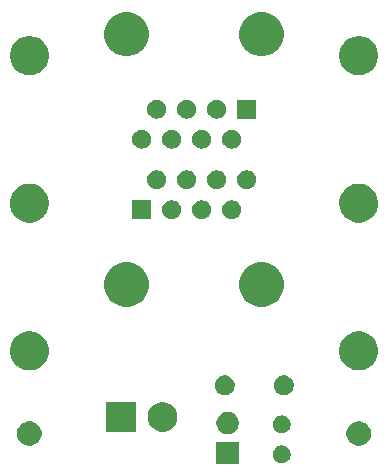
<source format=gbr>
G04 #@! TF.GenerationSoftware,KiCad,Pcbnew,5.1.5+dfsg1-2build2*
G04 #@! TF.CreationDate,2021-07-15T15:49:03-05:00*
G04 #@! TF.ProjectId,DIN_RAIL_POE_INJECTOR,44494e5f-5241-4494-9c5f-504f455f494e,rev?*
G04 #@! TF.SameCoordinates,Original*
G04 #@! TF.FileFunction,Soldermask,Bot*
G04 #@! TF.FilePolarity,Negative*
%FSLAX46Y46*%
G04 Gerber Fmt 4.6, Leading zero omitted, Abs format (unit mm)*
G04 Created by KiCad (PCBNEW 5.1.5+dfsg1-2build2) date 2021-07-15 15:49:03*
%MOMM*%
%LPD*%
G04 APERTURE LIST*
%ADD10C,0.100000*%
G04 APERTURE END LIST*
D10*
G36*
X122744000Y-144588000D02*
G01*
X120842000Y-144588000D01*
X120842000Y-142686000D01*
X122744000Y-142686000D01*
X122744000Y-144588000D01*
G37*
G36*
X126584059Y-143041860D02*
G01*
X126720732Y-143098472D01*
X126843735Y-143180660D01*
X126948340Y-143285265D01*
X127030528Y-143408268D01*
X127087140Y-143544941D01*
X127116000Y-143690033D01*
X127116000Y-143837967D01*
X127087140Y-143983059D01*
X127030528Y-144119732D01*
X126948340Y-144242735D01*
X126843735Y-144347340D01*
X126720732Y-144429528D01*
X126720731Y-144429529D01*
X126720730Y-144429529D01*
X126584059Y-144486140D01*
X126438968Y-144515000D01*
X126291032Y-144515000D01*
X126145941Y-144486140D01*
X126009270Y-144429529D01*
X126009269Y-144429529D01*
X126009268Y-144429528D01*
X125886265Y-144347340D01*
X125781660Y-144242735D01*
X125699472Y-144119732D01*
X125642860Y-143983059D01*
X125614000Y-143837967D01*
X125614000Y-143690033D01*
X125642860Y-143544941D01*
X125699472Y-143408268D01*
X125781660Y-143285265D01*
X125886265Y-143180660D01*
X126009268Y-143098472D01*
X126145941Y-143041860D01*
X126291032Y-143013000D01*
X126438968Y-143013000D01*
X126584059Y-143041860D01*
G37*
G36*
X133196416Y-140989879D02*
G01*
X133387592Y-141069067D01*
X133387594Y-141069068D01*
X133559648Y-141184031D01*
X133705969Y-141330352D01*
X133781278Y-141443059D01*
X133820933Y-141502408D01*
X133900121Y-141693584D01*
X133940490Y-141896534D01*
X133940490Y-142103466D01*
X133900121Y-142306416D01*
X133820933Y-142497592D01*
X133820932Y-142497594D01*
X133705969Y-142669648D01*
X133559648Y-142815969D01*
X133387594Y-142930932D01*
X133387593Y-142930933D01*
X133387592Y-142930933D01*
X133196416Y-143010121D01*
X132993466Y-143050490D01*
X132786534Y-143050490D01*
X132583584Y-143010121D01*
X132392408Y-142930933D01*
X132392407Y-142930933D01*
X132392406Y-142930932D01*
X132220352Y-142815969D01*
X132074031Y-142669648D01*
X131959068Y-142497594D01*
X131959067Y-142497592D01*
X131879879Y-142306416D01*
X131839510Y-142103466D01*
X131839510Y-141896534D01*
X131879879Y-141693584D01*
X131959067Y-141502408D01*
X131998723Y-141443059D01*
X132074031Y-141330352D01*
X132220352Y-141184031D01*
X132392406Y-141069068D01*
X132392408Y-141069067D01*
X132583584Y-140989879D01*
X132786534Y-140949510D01*
X132993466Y-140949510D01*
X133196416Y-140989879D01*
G37*
G36*
X105306416Y-140989879D02*
G01*
X105497592Y-141069067D01*
X105497594Y-141069068D01*
X105669648Y-141184031D01*
X105815969Y-141330352D01*
X105891278Y-141443059D01*
X105930933Y-141502408D01*
X106010121Y-141693584D01*
X106050490Y-141896534D01*
X106050490Y-142103466D01*
X106010121Y-142306416D01*
X105930933Y-142497592D01*
X105930932Y-142497594D01*
X105815969Y-142669648D01*
X105669648Y-142815969D01*
X105497594Y-142930932D01*
X105497593Y-142930933D01*
X105497592Y-142930933D01*
X105306416Y-143010121D01*
X105103466Y-143050490D01*
X104896534Y-143050490D01*
X104693584Y-143010121D01*
X104502408Y-142930933D01*
X104502407Y-142930933D01*
X104502406Y-142930932D01*
X104330352Y-142815969D01*
X104184031Y-142669648D01*
X104069068Y-142497594D01*
X104069067Y-142497592D01*
X103989879Y-142306416D01*
X103949510Y-142103466D01*
X103949510Y-141896534D01*
X103989879Y-141693584D01*
X104069067Y-141502408D01*
X104108723Y-141443059D01*
X104184031Y-141330352D01*
X104330352Y-141184031D01*
X104502406Y-141069068D01*
X104502408Y-141069067D01*
X104693584Y-140989879D01*
X104896534Y-140949510D01*
X105103466Y-140949510D01*
X105306416Y-140989879D01*
G37*
G36*
X122070395Y-140182546D02*
G01*
X122243466Y-140254234D01*
X122243467Y-140254235D01*
X122399227Y-140358310D01*
X122531690Y-140490773D01*
X122531691Y-140490775D01*
X122635766Y-140646534D01*
X122707454Y-140819605D01*
X122744000Y-141003333D01*
X122744000Y-141190667D01*
X122707454Y-141374395D01*
X122635766Y-141547466D01*
X122584081Y-141624818D01*
X122531690Y-141703227D01*
X122399227Y-141835690D01*
X122320818Y-141888081D01*
X122243466Y-141939766D01*
X122070395Y-142011454D01*
X121886667Y-142048000D01*
X121699333Y-142048000D01*
X121515605Y-142011454D01*
X121342534Y-141939766D01*
X121265182Y-141888081D01*
X121186773Y-141835690D01*
X121054310Y-141703227D01*
X121001919Y-141624818D01*
X120950234Y-141547466D01*
X120878546Y-141374395D01*
X120842000Y-141190667D01*
X120842000Y-141003333D01*
X120878546Y-140819605D01*
X120950234Y-140646534D01*
X121054309Y-140490775D01*
X121054310Y-140490773D01*
X121186773Y-140358310D01*
X121342533Y-140254235D01*
X121342534Y-140254234D01*
X121515605Y-140182546D01*
X121699333Y-140146000D01*
X121886667Y-140146000D01*
X122070395Y-140182546D01*
G37*
G36*
X126528320Y-140490773D02*
G01*
X126584059Y-140501860D01*
X126720732Y-140558472D01*
X126843735Y-140640660D01*
X126948340Y-140745265D01*
X126998012Y-140819605D01*
X127030529Y-140868270D01*
X127087140Y-141004941D01*
X127116000Y-141150032D01*
X127116000Y-141297968D01*
X127100798Y-141374395D01*
X127087140Y-141443059D01*
X127030528Y-141579732D01*
X126948340Y-141702735D01*
X126843735Y-141807340D01*
X126720732Y-141889528D01*
X126720731Y-141889529D01*
X126720730Y-141889529D01*
X126584059Y-141946140D01*
X126438968Y-141975000D01*
X126291032Y-141975000D01*
X126145941Y-141946140D01*
X126009270Y-141889529D01*
X126009269Y-141889529D01*
X126009268Y-141889528D01*
X125886265Y-141807340D01*
X125781660Y-141702735D01*
X125699472Y-141579732D01*
X125642860Y-141443059D01*
X125629202Y-141374395D01*
X125614000Y-141297968D01*
X125614000Y-141150032D01*
X125642860Y-141004941D01*
X125699471Y-140868270D01*
X125731988Y-140819605D01*
X125781660Y-140745265D01*
X125886265Y-140640660D01*
X126009268Y-140558472D01*
X126145941Y-140501860D01*
X126201680Y-140490773D01*
X126291032Y-140473000D01*
X126438968Y-140473000D01*
X126528320Y-140490773D01*
G37*
G36*
X114027000Y-141840000D02*
G01*
X111525000Y-141840000D01*
X111525000Y-139338000D01*
X114027000Y-139338000D01*
X114027000Y-141840000D01*
G37*
G36*
X116640903Y-139386075D02*
G01*
X116868571Y-139480378D01*
X117073466Y-139617285D01*
X117247715Y-139791534D01*
X117247716Y-139791536D01*
X117384623Y-139996431D01*
X117478925Y-140224097D01*
X117527000Y-140465786D01*
X117527000Y-140712214D01*
X117478925Y-140953903D01*
X117397686Y-141150033D01*
X117384622Y-141181571D01*
X117247715Y-141386466D01*
X117073466Y-141560715D01*
X116868571Y-141697622D01*
X116868570Y-141697623D01*
X116868569Y-141697623D01*
X116640903Y-141791925D01*
X116399214Y-141840000D01*
X116152786Y-141840000D01*
X115911097Y-141791925D01*
X115683431Y-141697623D01*
X115683430Y-141697623D01*
X115683429Y-141697622D01*
X115478534Y-141560715D01*
X115304285Y-141386466D01*
X115167378Y-141181571D01*
X115154315Y-141150033D01*
X115073075Y-140953903D01*
X115025000Y-140712214D01*
X115025000Y-140465786D01*
X115073075Y-140224097D01*
X115167377Y-139996431D01*
X115304284Y-139791536D01*
X115304285Y-139791534D01*
X115478534Y-139617285D01*
X115683429Y-139480378D01*
X115911097Y-139386075D01*
X116152786Y-139338000D01*
X116399214Y-139338000D01*
X116640903Y-139386075D01*
G37*
G36*
X121787228Y-137103703D02*
G01*
X121942100Y-137167853D01*
X122081481Y-137260985D01*
X122200015Y-137379519D01*
X122293147Y-137518900D01*
X122357297Y-137673772D01*
X122390000Y-137838184D01*
X122390000Y-138005816D01*
X122357297Y-138170228D01*
X122293147Y-138325100D01*
X122200015Y-138464481D01*
X122081481Y-138583015D01*
X121942100Y-138676147D01*
X121787228Y-138740297D01*
X121622816Y-138773000D01*
X121455184Y-138773000D01*
X121290772Y-138740297D01*
X121135900Y-138676147D01*
X120996519Y-138583015D01*
X120877985Y-138464481D01*
X120784853Y-138325100D01*
X120720703Y-138170228D01*
X120688000Y-138005816D01*
X120688000Y-137838184D01*
X120720703Y-137673772D01*
X120784853Y-137518900D01*
X120877985Y-137379519D01*
X120996519Y-137260985D01*
X121135900Y-137167853D01*
X121290772Y-137103703D01*
X121455184Y-137071000D01*
X121622816Y-137071000D01*
X121787228Y-137103703D01*
G37*
G36*
X126787228Y-137103703D02*
G01*
X126942100Y-137167853D01*
X127081481Y-137260985D01*
X127200015Y-137379519D01*
X127293147Y-137518900D01*
X127357297Y-137673772D01*
X127390000Y-137838184D01*
X127390000Y-138005816D01*
X127357297Y-138170228D01*
X127293147Y-138325100D01*
X127200015Y-138464481D01*
X127081481Y-138583015D01*
X126942100Y-138676147D01*
X126787228Y-138740297D01*
X126622816Y-138773000D01*
X126455184Y-138773000D01*
X126290772Y-138740297D01*
X126135900Y-138676147D01*
X125996519Y-138583015D01*
X125877985Y-138464481D01*
X125784853Y-138325100D01*
X125720703Y-138170228D01*
X125688000Y-138005816D01*
X125688000Y-137838184D01*
X125720703Y-137673772D01*
X125784853Y-137518900D01*
X125877985Y-137379519D01*
X125996519Y-137260985D01*
X126135900Y-137167853D01*
X126290772Y-137103703D01*
X126455184Y-137071000D01*
X126622816Y-137071000D01*
X126787228Y-137103703D01*
G37*
G36*
X105375256Y-133391298D02*
G01*
X105481579Y-133412447D01*
X105782042Y-133536903D01*
X106052451Y-133717585D01*
X106282415Y-133947549D01*
X106463097Y-134217958D01*
X106587553Y-134518421D01*
X106651000Y-134837391D01*
X106651000Y-135162609D01*
X106587553Y-135481579D01*
X106463097Y-135782042D01*
X106282415Y-136052451D01*
X106052451Y-136282415D01*
X105782042Y-136463097D01*
X105481579Y-136587553D01*
X105375256Y-136608702D01*
X105162611Y-136651000D01*
X104837389Y-136651000D01*
X104624744Y-136608702D01*
X104518421Y-136587553D01*
X104217958Y-136463097D01*
X103947549Y-136282415D01*
X103717585Y-136052451D01*
X103536903Y-135782042D01*
X103412447Y-135481579D01*
X103349000Y-135162609D01*
X103349000Y-134837391D01*
X103412447Y-134518421D01*
X103536903Y-134217958D01*
X103717585Y-133947549D01*
X103947549Y-133717585D01*
X104217958Y-133536903D01*
X104518421Y-133412447D01*
X104624744Y-133391298D01*
X104837389Y-133349000D01*
X105162611Y-133349000D01*
X105375256Y-133391298D01*
G37*
G36*
X133265256Y-133391298D02*
G01*
X133371579Y-133412447D01*
X133672042Y-133536903D01*
X133942451Y-133717585D01*
X134172415Y-133947549D01*
X134353097Y-134217958D01*
X134477553Y-134518421D01*
X134541000Y-134837391D01*
X134541000Y-135162609D01*
X134477553Y-135481579D01*
X134353097Y-135782042D01*
X134172415Y-136052451D01*
X133942451Y-136282415D01*
X133672042Y-136463097D01*
X133371579Y-136587553D01*
X133265256Y-136608702D01*
X133052611Y-136651000D01*
X132727389Y-136651000D01*
X132514744Y-136608702D01*
X132408421Y-136587553D01*
X132107958Y-136463097D01*
X131837549Y-136282415D01*
X131607585Y-136052451D01*
X131426903Y-135782042D01*
X131302447Y-135481579D01*
X131239000Y-135162609D01*
X131239000Y-134837391D01*
X131302447Y-134518421D01*
X131426903Y-134217958D01*
X131607585Y-133947549D01*
X131837549Y-133717585D01*
X132107958Y-133536903D01*
X132408421Y-133412447D01*
X132514744Y-133391298D01*
X132727389Y-133349000D01*
X133052611Y-133349000D01*
X133265256Y-133391298D01*
G37*
G36*
X125207208Y-127593093D02*
G01*
X125548617Y-127734510D01*
X125548619Y-127734511D01*
X125855880Y-127939816D01*
X126117184Y-128201120D01*
X126322490Y-128508383D01*
X126463907Y-128849792D01*
X126536000Y-129212229D01*
X126536000Y-129581771D01*
X126463907Y-129944208D01*
X126322490Y-130285617D01*
X126322489Y-130285619D01*
X126117184Y-130592880D01*
X125855880Y-130854184D01*
X125548619Y-131059489D01*
X125548618Y-131059490D01*
X125548617Y-131059490D01*
X125207208Y-131200907D01*
X124844771Y-131273000D01*
X124475229Y-131273000D01*
X124112792Y-131200907D01*
X123771383Y-131059490D01*
X123771382Y-131059490D01*
X123771381Y-131059489D01*
X123464120Y-130854184D01*
X123202816Y-130592880D01*
X122997511Y-130285619D01*
X122997510Y-130285617D01*
X122856093Y-129944208D01*
X122784000Y-129581771D01*
X122784000Y-129212229D01*
X122856093Y-128849792D01*
X122997510Y-128508383D01*
X123202816Y-128201120D01*
X123464120Y-127939816D01*
X123771381Y-127734511D01*
X123771383Y-127734510D01*
X124112792Y-127593093D01*
X124475229Y-127521000D01*
X124844771Y-127521000D01*
X125207208Y-127593093D01*
G37*
G36*
X113777208Y-127593093D02*
G01*
X114118617Y-127734510D01*
X114118619Y-127734511D01*
X114425880Y-127939816D01*
X114687184Y-128201120D01*
X114892490Y-128508383D01*
X115033907Y-128849792D01*
X115106000Y-129212229D01*
X115106000Y-129581771D01*
X115033907Y-129944208D01*
X114892490Y-130285617D01*
X114892489Y-130285619D01*
X114687184Y-130592880D01*
X114425880Y-130854184D01*
X114118619Y-131059489D01*
X114118618Y-131059490D01*
X114118617Y-131059490D01*
X113777208Y-131200907D01*
X113414771Y-131273000D01*
X113045229Y-131273000D01*
X112682792Y-131200907D01*
X112341383Y-131059490D01*
X112341382Y-131059490D01*
X112341381Y-131059489D01*
X112034120Y-130854184D01*
X111772816Y-130592880D01*
X111567511Y-130285619D01*
X111567510Y-130285617D01*
X111426093Y-129944208D01*
X111354000Y-129581771D01*
X111354000Y-129212229D01*
X111426093Y-128849792D01*
X111567510Y-128508383D01*
X111772816Y-128201120D01*
X112034120Y-127939816D01*
X112341381Y-127734511D01*
X112341383Y-127734510D01*
X112682792Y-127593093D01*
X113045229Y-127521000D01*
X113414771Y-127521000D01*
X113777208Y-127593093D01*
G37*
G36*
X105350702Y-120886414D02*
G01*
X105481579Y-120912447D01*
X105694037Y-121000450D01*
X105735458Y-121017607D01*
X105782042Y-121036903D01*
X106052451Y-121217585D01*
X106282415Y-121447549D01*
X106282416Y-121447551D01*
X106463098Y-121717960D01*
X106587553Y-122018422D01*
X106651000Y-122337389D01*
X106651000Y-122662611D01*
X106621014Y-122813358D01*
X106587553Y-122981579D01*
X106527776Y-123125893D01*
X106463677Y-123280643D01*
X106463097Y-123282042D01*
X106282415Y-123552451D01*
X106052451Y-123782415D01*
X105782042Y-123963097D01*
X105481579Y-124087553D01*
X105375256Y-124108702D01*
X105162611Y-124151000D01*
X104837389Y-124151000D01*
X104624744Y-124108702D01*
X104518421Y-124087553D01*
X104217958Y-123963097D01*
X103947549Y-123782415D01*
X103717585Y-123552451D01*
X103536903Y-123282042D01*
X103536324Y-123280643D01*
X103472224Y-123125893D01*
X103412447Y-122981579D01*
X103378986Y-122813358D01*
X103349000Y-122662611D01*
X103349000Y-122337389D01*
X103412447Y-122018422D01*
X103536902Y-121717960D01*
X103717584Y-121447551D01*
X103717585Y-121447549D01*
X103947549Y-121217585D01*
X104217958Y-121036903D01*
X104264543Y-121017607D01*
X104305963Y-121000450D01*
X104518421Y-120912447D01*
X104649298Y-120886414D01*
X104837389Y-120849000D01*
X105162611Y-120849000D01*
X105350702Y-120886414D01*
G37*
G36*
X133240702Y-120886414D02*
G01*
X133371579Y-120912447D01*
X133584037Y-121000450D01*
X133625458Y-121017607D01*
X133672042Y-121036903D01*
X133942451Y-121217585D01*
X134172415Y-121447549D01*
X134172416Y-121447551D01*
X134353098Y-121717960D01*
X134477553Y-122018422D01*
X134541000Y-122337389D01*
X134541000Y-122662611D01*
X134511014Y-122813358D01*
X134477553Y-122981579D01*
X134417776Y-123125893D01*
X134353677Y-123280643D01*
X134353097Y-123282042D01*
X134172415Y-123552451D01*
X133942451Y-123782415D01*
X133672042Y-123963097D01*
X133371579Y-124087553D01*
X133265256Y-124108702D01*
X133052611Y-124151000D01*
X132727389Y-124151000D01*
X132514744Y-124108702D01*
X132408421Y-124087553D01*
X132107958Y-123963097D01*
X131837549Y-123782415D01*
X131607585Y-123552451D01*
X131426903Y-123282042D01*
X131426324Y-123280643D01*
X131362224Y-123125893D01*
X131302447Y-122981579D01*
X131268986Y-122813358D01*
X131239000Y-122662611D01*
X131239000Y-122337389D01*
X131302447Y-122018422D01*
X131426902Y-121717960D01*
X131607584Y-121447551D01*
X131607585Y-121447549D01*
X131837549Y-121217585D01*
X132107958Y-121036903D01*
X132154543Y-121017607D01*
X132195963Y-121000450D01*
X132408421Y-120912447D01*
X132539298Y-120886414D01*
X132727389Y-120849000D01*
X133052611Y-120849000D01*
X133240702Y-120886414D01*
G37*
G36*
X115301000Y-123848000D02*
G01*
X113699000Y-123848000D01*
X113699000Y-122246000D01*
X115301000Y-122246000D01*
X115301000Y-123848000D01*
G37*
G36*
X122353642Y-122276781D02*
G01*
X122499414Y-122337162D01*
X122499416Y-122337163D01*
X122630608Y-122424822D01*
X122742178Y-122536392D01*
X122826514Y-122662611D01*
X122829838Y-122667586D01*
X122890219Y-122813358D01*
X122921000Y-122968107D01*
X122921000Y-123125893D01*
X122890219Y-123280642D01*
X122889639Y-123282042D01*
X122829837Y-123426416D01*
X122742178Y-123557608D01*
X122630608Y-123669178D01*
X122499416Y-123756837D01*
X122499415Y-123756838D01*
X122499414Y-123756838D01*
X122353642Y-123817219D01*
X122198893Y-123848000D01*
X122041107Y-123848000D01*
X121886358Y-123817219D01*
X121740586Y-123756838D01*
X121740585Y-123756838D01*
X121740584Y-123756837D01*
X121609392Y-123669178D01*
X121497822Y-123557608D01*
X121410163Y-123426416D01*
X121350361Y-123282042D01*
X121349781Y-123280642D01*
X121319000Y-123125893D01*
X121319000Y-122968107D01*
X121349781Y-122813358D01*
X121410162Y-122667586D01*
X121413486Y-122662611D01*
X121497822Y-122536392D01*
X121609392Y-122424822D01*
X121740584Y-122337163D01*
X121740586Y-122337162D01*
X121886358Y-122276781D01*
X122041107Y-122246000D01*
X122198893Y-122246000D01*
X122353642Y-122276781D01*
G37*
G36*
X119813642Y-122276781D02*
G01*
X119959414Y-122337162D01*
X119959416Y-122337163D01*
X120090608Y-122424822D01*
X120202178Y-122536392D01*
X120286514Y-122662611D01*
X120289838Y-122667586D01*
X120350219Y-122813358D01*
X120381000Y-122968107D01*
X120381000Y-123125893D01*
X120350219Y-123280642D01*
X120349639Y-123282042D01*
X120289837Y-123426416D01*
X120202178Y-123557608D01*
X120090608Y-123669178D01*
X119959416Y-123756837D01*
X119959415Y-123756838D01*
X119959414Y-123756838D01*
X119813642Y-123817219D01*
X119658893Y-123848000D01*
X119501107Y-123848000D01*
X119346358Y-123817219D01*
X119200586Y-123756838D01*
X119200585Y-123756838D01*
X119200584Y-123756837D01*
X119069392Y-123669178D01*
X118957822Y-123557608D01*
X118870163Y-123426416D01*
X118810361Y-123282042D01*
X118809781Y-123280642D01*
X118779000Y-123125893D01*
X118779000Y-122968107D01*
X118809781Y-122813358D01*
X118870162Y-122667586D01*
X118873486Y-122662611D01*
X118957822Y-122536392D01*
X119069392Y-122424822D01*
X119200584Y-122337163D01*
X119200586Y-122337162D01*
X119346358Y-122276781D01*
X119501107Y-122246000D01*
X119658893Y-122246000D01*
X119813642Y-122276781D01*
G37*
G36*
X117273642Y-122276781D02*
G01*
X117419414Y-122337162D01*
X117419416Y-122337163D01*
X117550608Y-122424822D01*
X117662178Y-122536392D01*
X117746514Y-122662611D01*
X117749838Y-122667586D01*
X117810219Y-122813358D01*
X117841000Y-122968107D01*
X117841000Y-123125893D01*
X117810219Y-123280642D01*
X117809639Y-123282042D01*
X117749837Y-123426416D01*
X117662178Y-123557608D01*
X117550608Y-123669178D01*
X117419416Y-123756837D01*
X117419415Y-123756838D01*
X117419414Y-123756838D01*
X117273642Y-123817219D01*
X117118893Y-123848000D01*
X116961107Y-123848000D01*
X116806358Y-123817219D01*
X116660586Y-123756838D01*
X116660585Y-123756838D01*
X116660584Y-123756837D01*
X116529392Y-123669178D01*
X116417822Y-123557608D01*
X116330163Y-123426416D01*
X116270361Y-123282042D01*
X116269781Y-123280642D01*
X116239000Y-123125893D01*
X116239000Y-122968107D01*
X116269781Y-122813358D01*
X116330162Y-122667586D01*
X116333486Y-122662611D01*
X116417822Y-122536392D01*
X116529392Y-122424822D01*
X116660584Y-122337163D01*
X116660586Y-122337162D01*
X116806358Y-122276781D01*
X116961107Y-122246000D01*
X117118893Y-122246000D01*
X117273642Y-122276781D01*
G37*
G36*
X123623642Y-119736781D02*
G01*
X123769414Y-119797162D01*
X123769416Y-119797163D01*
X123900608Y-119884822D01*
X124012178Y-119996392D01*
X124099837Y-120127584D01*
X124099838Y-120127586D01*
X124160219Y-120273358D01*
X124191000Y-120428107D01*
X124191000Y-120585893D01*
X124160219Y-120740642D01*
X124115335Y-120849000D01*
X124099837Y-120886416D01*
X124012178Y-121017608D01*
X123900608Y-121129178D01*
X123769416Y-121216837D01*
X123769415Y-121216838D01*
X123769414Y-121216838D01*
X123623642Y-121277219D01*
X123468893Y-121308000D01*
X123311107Y-121308000D01*
X123156358Y-121277219D01*
X123010586Y-121216838D01*
X123010585Y-121216838D01*
X123010584Y-121216837D01*
X122879392Y-121129178D01*
X122767822Y-121017608D01*
X122680163Y-120886416D01*
X122664665Y-120849000D01*
X122619781Y-120740642D01*
X122589000Y-120585893D01*
X122589000Y-120428107D01*
X122619781Y-120273358D01*
X122680162Y-120127586D01*
X122680163Y-120127584D01*
X122767822Y-119996392D01*
X122879392Y-119884822D01*
X123010584Y-119797163D01*
X123010586Y-119797162D01*
X123156358Y-119736781D01*
X123311107Y-119706000D01*
X123468893Y-119706000D01*
X123623642Y-119736781D01*
G37*
G36*
X121083642Y-119736781D02*
G01*
X121229414Y-119797162D01*
X121229416Y-119797163D01*
X121360608Y-119884822D01*
X121472178Y-119996392D01*
X121559837Y-120127584D01*
X121559838Y-120127586D01*
X121620219Y-120273358D01*
X121651000Y-120428107D01*
X121651000Y-120585893D01*
X121620219Y-120740642D01*
X121575335Y-120849000D01*
X121559837Y-120886416D01*
X121472178Y-121017608D01*
X121360608Y-121129178D01*
X121229416Y-121216837D01*
X121229415Y-121216838D01*
X121229414Y-121216838D01*
X121083642Y-121277219D01*
X120928893Y-121308000D01*
X120771107Y-121308000D01*
X120616358Y-121277219D01*
X120470586Y-121216838D01*
X120470585Y-121216838D01*
X120470584Y-121216837D01*
X120339392Y-121129178D01*
X120227822Y-121017608D01*
X120140163Y-120886416D01*
X120124665Y-120849000D01*
X120079781Y-120740642D01*
X120049000Y-120585893D01*
X120049000Y-120428107D01*
X120079781Y-120273358D01*
X120140162Y-120127586D01*
X120140163Y-120127584D01*
X120227822Y-119996392D01*
X120339392Y-119884822D01*
X120470584Y-119797163D01*
X120470586Y-119797162D01*
X120616358Y-119736781D01*
X120771107Y-119706000D01*
X120928893Y-119706000D01*
X121083642Y-119736781D01*
G37*
G36*
X118543642Y-119736781D02*
G01*
X118689414Y-119797162D01*
X118689416Y-119797163D01*
X118820608Y-119884822D01*
X118932178Y-119996392D01*
X119019837Y-120127584D01*
X119019838Y-120127586D01*
X119080219Y-120273358D01*
X119111000Y-120428107D01*
X119111000Y-120585893D01*
X119080219Y-120740642D01*
X119035335Y-120849000D01*
X119019837Y-120886416D01*
X118932178Y-121017608D01*
X118820608Y-121129178D01*
X118689416Y-121216837D01*
X118689415Y-121216838D01*
X118689414Y-121216838D01*
X118543642Y-121277219D01*
X118388893Y-121308000D01*
X118231107Y-121308000D01*
X118076358Y-121277219D01*
X117930586Y-121216838D01*
X117930585Y-121216838D01*
X117930584Y-121216837D01*
X117799392Y-121129178D01*
X117687822Y-121017608D01*
X117600163Y-120886416D01*
X117584665Y-120849000D01*
X117539781Y-120740642D01*
X117509000Y-120585893D01*
X117509000Y-120428107D01*
X117539781Y-120273358D01*
X117600162Y-120127586D01*
X117600163Y-120127584D01*
X117687822Y-119996392D01*
X117799392Y-119884822D01*
X117930584Y-119797163D01*
X117930586Y-119797162D01*
X118076358Y-119736781D01*
X118231107Y-119706000D01*
X118388893Y-119706000D01*
X118543642Y-119736781D01*
G37*
G36*
X116003642Y-119736781D02*
G01*
X116149414Y-119797162D01*
X116149416Y-119797163D01*
X116280608Y-119884822D01*
X116392178Y-119996392D01*
X116479837Y-120127584D01*
X116479838Y-120127586D01*
X116540219Y-120273358D01*
X116571000Y-120428107D01*
X116571000Y-120585893D01*
X116540219Y-120740642D01*
X116495335Y-120849000D01*
X116479837Y-120886416D01*
X116392178Y-121017608D01*
X116280608Y-121129178D01*
X116149416Y-121216837D01*
X116149415Y-121216838D01*
X116149414Y-121216838D01*
X116003642Y-121277219D01*
X115848893Y-121308000D01*
X115691107Y-121308000D01*
X115536358Y-121277219D01*
X115390586Y-121216838D01*
X115390585Y-121216838D01*
X115390584Y-121216837D01*
X115259392Y-121129178D01*
X115147822Y-121017608D01*
X115060163Y-120886416D01*
X115044665Y-120849000D01*
X114999781Y-120740642D01*
X114969000Y-120585893D01*
X114969000Y-120428107D01*
X114999781Y-120273358D01*
X115060162Y-120127586D01*
X115060163Y-120127584D01*
X115147822Y-119996392D01*
X115259392Y-119884822D01*
X115390584Y-119797163D01*
X115390586Y-119797162D01*
X115536358Y-119736781D01*
X115691107Y-119706000D01*
X115848893Y-119706000D01*
X116003642Y-119736781D01*
G37*
G36*
X117273642Y-116307781D02*
G01*
X117419414Y-116368162D01*
X117419416Y-116368163D01*
X117550608Y-116455822D01*
X117662178Y-116567392D01*
X117749837Y-116698584D01*
X117749838Y-116698586D01*
X117810219Y-116844358D01*
X117841000Y-116999107D01*
X117841000Y-117156893D01*
X117810219Y-117311642D01*
X117749838Y-117457414D01*
X117749837Y-117457416D01*
X117662178Y-117588608D01*
X117550608Y-117700178D01*
X117419416Y-117787837D01*
X117419415Y-117787838D01*
X117419414Y-117787838D01*
X117273642Y-117848219D01*
X117118893Y-117879000D01*
X116961107Y-117879000D01*
X116806358Y-117848219D01*
X116660586Y-117787838D01*
X116660585Y-117787838D01*
X116660584Y-117787837D01*
X116529392Y-117700178D01*
X116417822Y-117588608D01*
X116330163Y-117457416D01*
X116330162Y-117457414D01*
X116269781Y-117311642D01*
X116239000Y-117156893D01*
X116239000Y-116999107D01*
X116269781Y-116844358D01*
X116330162Y-116698586D01*
X116330163Y-116698584D01*
X116417822Y-116567392D01*
X116529392Y-116455822D01*
X116660584Y-116368163D01*
X116660586Y-116368162D01*
X116806358Y-116307781D01*
X116961107Y-116277000D01*
X117118893Y-116277000D01*
X117273642Y-116307781D01*
G37*
G36*
X119813642Y-116307781D02*
G01*
X119959414Y-116368162D01*
X119959416Y-116368163D01*
X120090608Y-116455822D01*
X120202178Y-116567392D01*
X120289837Y-116698584D01*
X120289838Y-116698586D01*
X120350219Y-116844358D01*
X120381000Y-116999107D01*
X120381000Y-117156893D01*
X120350219Y-117311642D01*
X120289838Y-117457414D01*
X120289837Y-117457416D01*
X120202178Y-117588608D01*
X120090608Y-117700178D01*
X119959416Y-117787837D01*
X119959415Y-117787838D01*
X119959414Y-117787838D01*
X119813642Y-117848219D01*
X119658893Y-117879000D01*
X119501107Y-117879000D01*
X119346358Y-117848219D01*
X119200586Y-117787838D01*
X119200585Y-117787838D01*
X119200584Y-117787837D01*
X119069392Y-117700178D01*
X118957822Y-117588608D01*
X118870163Y-117457416D01*
X118870162Y-117457414D01*
X118809781Y-117311642D01*
X118779000Y-117156893D01*
X118779000Y-116999107D01*
X118809781Y-116844358D01*
X118870162Y-116698586D01*
X118870163Y-116698584D01*
X118957822Y-116567392D01*
X119069392Y-116455822D01*
X119200584Y-116368163D01*
X119200586Y-116368162D01*
X119346358Y-116307781D01*
X119501107Y-116277000D01*
X119658893Y-116277000D01*
X119813642Y-116307781D01*
G37*
G36*
X122353642Y-116307781D02*
G01*
X122499414Y-116368162D01*
X122499416Y-116368163D01*
X122630608Y-116455822D01*
X122742178Y-116567392D01*
X122829837Y-116698584D01*
X122829838Y-116698586D01*
X122890219Y-116844358D01*
X122921000Y-116999107D01*
X122921000Y-117156893D01*
X122890219Y-117311642D01*
X122829838Y-117457414D01*
X122829837Y-117457416D01*
X122742178Y-117588608D01*
X122630608Y-117700178D01*
X122499416Y-117787837D01*
X122499415Y-117787838D01*
X122499414Y-117787838D01*
X122353642Y-117848219D01*
X122198893Y-117879000D01*
X122041107Y-117879000D01*
X121886358Y-117848219D01*
X121740586Y-117787838D01*
X121740585Y-117787838D01*
X121740584Y-117787837D01*
X121609392Y-117700178D01*
X121497822Y-117588608D01*
X121410163Y-117457416D01*
X121410162Y-117457414D01*
X121349781Y-117311642D01*
X121319000Y-117156893D01*
X121319000Y-116999107D01*
X121349781Y-116844358D01*
X121410162Y-116698586D01*
X121410163Y-116698584D01*
X121497822Y-116567392D01*
X121609392Y-116455822D01*
X121740584Y-116368163D01*
X121740586Y-116368162D01*
X121886358Y-116307781D01*
X122041107Y-116277000D01*
X122198893Y-116277000D01*
X122353642Y-116307781D01*
G37*
G36*
X114733642Y-116307781D02*
G01*
X114879414Y-116368162D01*
X114879416Y-116368163D01*
X115010608Y-116455822D01*
X115122178Y-116567392D01*
X115209837Y-116698584D01*
X115209838Y-116698586D01*
X115270219Y-116844358D01*
X115301000Y-116999107D01*
X115301000Y-117156893D01*
X115270219Y-117311642D01*
X115209838Y-117457414D01*
X115209837Y-117457416D01*
X115122178Y-117588608D01*
X115010608Y-117700178D01*
X114879416Y-117787837D01*
X114879415Y-117787838D01*
X114879414Y-117787838D01*
X114733642Y-117848219D01*
X114578893Y-117879000D01*
X114421107Y-117879000D01*
X114266358Y-117848219D01*
X114120586Y-117787838D01*
X114120585Y-117787838D01*
X114120584Y-117787837D01*
X113989392Y-117700178D01*
X113877822Y-117588608D01*
X113790163Y-117457416D01*
X113790162Y-117457414D01*
X113729781Y-117311642D01*
X113699000Y-117156893D01*
X113699000Y-116999107D01*
X113729781Y-116844358D01*
X113790162Y-116698586D01*
X113790163Y-116698584D01*
X113877822Y-116567392D01*
X113989392Y-116455822D01*
X114120584Y-116368163D01*
X114120586Y-116368162D01*
X114266358Y-116307781D01*
X114421107Y-116277000D01*
X114578893Y-116277000D01*
X114733642Y-116307781D01*
G37*
G36*
X116003642Y-113767781D02*
G01*
X116149414Y-113828162D01*
X116149416Y-113828163D01*
X116280608Y-113915822D01*
X116392178Y-114027392D01*
X116479837Y-114158584D01*
X116479838Y-114158586D01*
X116540219Y-114304358D01*
X116571000Y-114459107D01*
X116571000Y-114616893D01*
X116540219Y-114771642D01*
X116479838Y-114917414D01*
X116479837Y-114917416D01*
X116392178Y-115048608D01*
X116280608Y-115160178D01*
X116149416Y-115247837D01*
X116149415Y-115247838D01*
X116149414Y-115247838D01*
X116003642Y-115308219D01*
X115848893Y-115339000D01*
X115691107Y-115339000D01*
X115536358Y-115308219D01*
X115390586Y-115247838D01*
X115390585Y-115247838D01*
X115390584Y-115247837D01*
X115259392Y-115160178D01*
X115147822Y-115048608D01*
X115060163Y-114917416D01*
X115060162Y-114917414D01*
X114999781Y-114771642D01*
X114969000Y-114616893D01*
X114969000Y-114459107D01*
X114999781Y-114304358D01*
X115060162Y-114158586D01*
X115060163Y-114158584D01*
X115147822Y-114027392D01*
X115259392Y-113915822D01*
X115390584Y-113828163D01*
X115390586Y-113828162D01*
X115536358Y-113767781D01*
X115691107Y-113737000D01*
X115848893Y-113737000D01*
X116003642Y-113767781D01*
G37*
G36*
X124191000Y-115339000D02*
G01*
X122589000Y-115339000D01*
X122589000Y-113737000D01*
X124191000Y-113737000D01*
X124191000Y-115339000D01*
G37*
G36*
X118543642Y-113767781D02*
G01*
X118689414Y-113828162D01*
X118689416Y-113828163D01*
X118820608Y-113915822D01*
X118932178Y-114027392D01*
X119019837Y-114158584D01*
X119019838Y-114158586D01*
X119080219Y-114304358D01*
X119111000Y-114459107D01*
X119111000Y-114616893D01*
X119080219Y-114771642D01*
X119019838Y-114917414D01*
X119019837Y-114917416D01*
X118932178Y-115048608D01*
X118820608Y-115160178D01*
X118689416Y-115247837D01*
X118689415Y-115247838D01*
X118689414Y-115247838D01*
X118543642Y-115308219D01*
X118388893Y-115339000D01*
X118231107Y-115339000D01*
X118076358Y-115308219D01*
X117930586Y-115247838D01*
X117930585Y-115247838D01*
X117930584Y-115247837D01*
X117799392Y-115160178D01*
X117687822Y-115048608D01*
X117600163Y-114917416D01*
X117600162Y-114917414D01*
X117539781Y-114771642D01*
X117509000Y-114616893D01*
X117509000Y-114459107D01*
X117539781Y-114304358D01*
X117600162Y-114158586D01*
X117600163Y-114158584D01*
X117687822Y-114027392D01*
X117799392Y-113915822D01*
X117930584Y-113828163D01*
X117930586Y-113828162D01*
X118076358Y-113767781D01*
X118231107Y-113737000D01*
X118388893Y-113737000D01*
X118543642Y-113767781D01*
G37*
G36*
X121083642Y-113767781D02*
G01*
X121229414Y-113828162D01*
X121229416Y-113828163D01*
X121360608Y-113915822D01*
X121472178Y-114027392D01*
X121559837Y-114158584D01*
X121559838Y-114158586D01*
X121620219Y-114304358D01*
X121651000Y-114459107D01*
X121651000Y-114616893D01*
X121620219Y-114771642D01*
X121559838Y-114917414D01*
X121559837Y-114917416D01*
X121472178Y-115048608D01*
X121360608Y-115160178D01*
X121229416Y-115247837D01*
X121229415Y-115247838D01*
X121229414Y-115247838D01*
X121083642Y-115308219D01*
X120928893Y-115339000D01*
X120771107Y-115339000D01*
X120616358Y-115308219D01*
X120470586Y-115247838D01*
X120470585Y-115247838D01*
X120470584Y-115247837D01*
X120339392Y-115160178D01*
X120227822Y-115048608D01*
X120140163Y-114917416D01*
X120140162Y-114917414D01*
X120079781Y-114771642D01*
X120049000Y-114616893D01*
X120049000Y-114459107D01*
X120079781Y-114304358D01*
X120140162Y-114158586D01*
X120140163Y-114158584D01*
X120227822Y-114027392D01*
X120339392Y-113915822D01*
X120470584Y-113828163D01*
X120470586Y-113828162D01*
X120616358Y-113767781D01*
X120771107Y-113737000D01*
X120928893Y-113737000D01*
X121083642Y-113767781D01*
G37*
G36*
X105375256Y-108391298D02*
G01*
X105481579Y-108412447D01*
X105782042Y-108536903D01*
X106052451Y-108717585D01*
X106282415Y-108947549D01*
X106463097Y-109217958D01*
X106587553Y-109518421D01*
X106651000Y-109837391D01*
X106651000Y-110162609D01*
X106587553Y-110481579D01*
X106463097Y-110782042D01*
X106282415Y-111052451D01*
X106052451Y-111282415D01*
X105782042Y-111463097D01*
X105481579Y-111587553D01*
X105375256Y-111608702D01*
X105162611Y-111651000D01*
X104837389Y-111651000D01*
X104624744Y-111608702D01*
X104518421Y-111587553D01*
X104217958Y-111463097D01*
X103947549Y-111282415D01*
X103717585Y-111052451D01*
X103536903Y-110782042D01*
X103412447Y-110481579D01*
X103349000Y-110162609D01*
X103349000Y-109837391D01*
X103412447Y-109518421D01*
X103536903Y-109217958D01*
X103717585Y-108947549D01*
X103947549Y-108717585D01*
X104217958Y-108536903D01*
X104518421Y-108412447D01*
X104624744Y-108391298D01*
X104837389Y-108349000D01*
X105162611Y-108349000D01*
X105375256Y-108391298D01*
G37*
G36*
X133265256Y-108391298D02*
G01*
X133371579Y-108412447D01*
X133672042Y-108536903D01*
X133942451Y-108717585D01*
X134172415Y-108947549D01*
X134353097Y-109217958D01*
X134477553Y-109518421D01*
X134541000Y-109837391D01*
X134541000Y-110162609D01*
X134477553Y-110481579D01*
X134353097Y-110782042D01*
X134172415Y-111052451D01*
X133942451Y-111282415D01*
X133672042Y-111463097D01*
X133371579Y-111587553D01*
X133265256Y-111608702D01*
X133052611Y-111651000D01*
X132727389Y-111651000D01*
X132514744Y-111608702D01*
X132408421Y-111587553D01*
X132107958Y-111463097D01*
X131837549Y-111282415D01*
X131607585Y-111052451D01*
X131426903Y-110782042D01*
X131302447Y-110481579D01*
X131239000Y-110162609D01*
X131239000Y-109837391D01*
X131302447Y-109518421D01*
X131426903Y-109217958D01*
X131607585Y-108947549D01*
X131837549Y-108717585D01*
X132107958Y-108536903D01*
X132408421Y-108412447D01*
X132514744Y-108391298D01*
X132727389Y-108349000D01*
X133052611Y-108349000D01*
X133265256Y-108391298D01*
G37*
G36*
X125207208Y-106384093D02*
G01*
X125548617Y-106525510D01*
X125548619Y-106525511D01*
X125855880Y-106730816D01*
X126117184Y-106992120D01*
X126322490Y-107299383D01*
X126463907Y-107640792D01*
X126536000Y-108003229D01*
X126536000Y-108372771D01*
X126463907Y-108735208D01*
X126375952Y-108947549D01*
X126322489Y-109076619D01*
X126117184Y-109383880D01*
X125855880Y-109645184D01*
X125548619Y-109850489D01*
X125548618Y-109850490D01*
X125548617Y-109850490D01*
X125207208Y-109991907D01*
X124844771Y-110064000D01*
X124475229Y-110064000D01*
X124112792Y-109991907D01*
X123771383Y-109850490D01*
X123771382Y-109850490D01*
X123771381Y-109850489D01*
X123464120Y-109645184D01*
X123202816Y-109383880D01*
X122997511Y-109076619D01*
X122944048Y-108947549D01*
X122856093Y-108735208D01*
X122784000Y-108372771D01*
X122784000Y-108003229D01*
X122856093Y-107640792D01*
X122997510Y-107299383D01*
X123202816Y-106992120D01*
X123464120Y-106730816D01*
X123771381Y-106525511D01*
X123771383Y-106525510D01*
X124112792Y-106384093D01*
X124475229Y-106312000D01*
X124844771Y-106312000D01*
X125207208Y-106384093D01*
G37*
G36*
X113777208Y-106384093D02*
G01*
X114118617Y-106525510D01*
X114118619Y-106525511D01*
X114425880Y-106730816D01*
X114687184Y-106992120D01*
X114892490Y-107299383D01*
X115033907Y-107640792D01*
X115106000Y-108003229D01*
X115106000Y-108372771D01*
X115033907Y-108735208D01*
X114945952Y-108947549D01*
X114892489Y-109076619D01*
X114687184Y-109383880D01*
X114425880Y-109645184D01*
X114118619Y-109850489D01*
X114118618Y-109850490D01*
X114118617Y-109850490D01*
X113777208Y-109991907D01*
X113414771Y-110064000D01*
X113045229Y-110064000D01*
X112682792Y-109991907D01*
X112341383Y-109850490D01*
X112341382Y-109850490D01*
X112341381Y-109850489D01*
X112034120Y-109645184D01*
X111772816Y-109383880D01*
X111567511Y-109076619D01*
X111514048Y-108947549D01*
X111426093Y-108735208D01*
X111354000Y-108372771D01*
X111354000Y-108003229D01*
X111426093Y-107640792D01*
X111567510Y-107299383D01*
X111772816Y-106992120D01*
X112034120Y-106730816D01*
X112341381Y-106525511D01*
X112341383Y-106525510D01*
X112682792Y-106384093D01*
X113045229Y-106312000D01*
X113414771Y-106312000D01*
X113777208Y-106384093D01*
G37*
M02*

</source>
